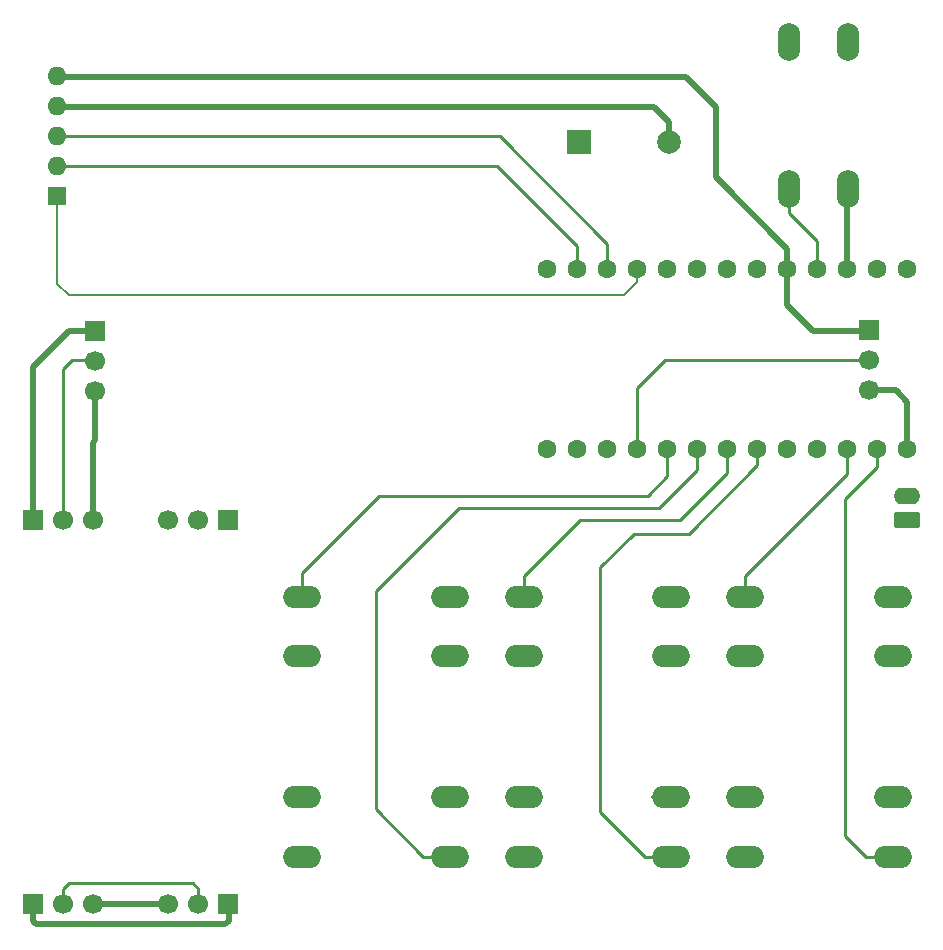
<source format=gbl>
%TF.GenerationSoftware,KiCad,Pcbnew,9.0.5*%
%TF.CreationDate,2025-10-27T12:52:04+01:00*%
%TF.ProjectId,mastermind,6d617374-6572-46d6-996e-642e6b696361,rev?*%
%TF.SameCoordinates,Original*%
%TF.FileFunction,Copper,L2,Bot*%
%TF.FilePolarity,Positive*%
%FSLAX46Y46*%
G04 Gerber Fmt 4.6, Leading zero omitted, Abs format (unit mm)*
G04 Created by KiCad (PCBNEW 9.0.5) date 2025-10-27 12:52:04*
%MOMM*%
%LPD*%
G01*
G04 APERTURE LIST*
G04 Aperture macros list*
%AMRoundRect*
0 Rectangle with rounded corners*
0 $1 Rounding radius*
0 $2 $3 $4 $5 $6 $7 $8 $9 X,Y pos of 4 corners*
0 Add a 4 corners polygon primitive as box body*
4,1,4,$2,$3,$4,$5,$6,$7,$8,$9,$2,$3,0*
0 Add four circle primitives for the rounded corners*
1,1,$1+$1,$2,$3*
1,1,$1+$1,$4,$5*
1,1,$1+$1,$6,$7*
1,1,$1+$1,$8,$9*
0 Add four rect primitives between the rounded corners*
20,1,$1+$1,$2,$3,$4,$5,0*
20,1,$1+$1,$4,$5,$6,$7,0*
20,1,$1+$1,$6,$7,$8,$9,0*
20,1,$1+$1,$8,$9,$2,$3,0*%
G04 Aperture macros list end*
%TA.AperFunction,ComponentPad*%
%ADD10R,1.700000X1.700000*%
%TD*%
%TA.AperFunction,ComponentPad*%
%ADD11C,1.700000*%
%TD*%
%TA.AperFunction,ComponentPad*%
%ADD12C,1.600000*%
%TD*%
%TA.AperFunction,ComponentPad*%
%ADD13R,1.600000X1.600000*%
%TD*%
%TA.AperFunction,ComponentPad*%
%ADD14O,1.600000X1.600000*%
%TD*%
%TA.AperFunction,ComponentPad*%
%ADD15O,3.200000X1.900000*%
%TD*%
%TA.AperFunction,ComponentPad*%
%ADD16R,2.000000X2.000000*%
%TD*%
%TA.AperFunction,ComponentPad*%
%ADD17C,2.000000*%
%TD*%
%TA.AperFunction,ComponentPad*%
%ADD18O,1.900000X3.200000*%
%TD*%
%TA.AperFunction,ComponentPad*%
%ADD19RoundRect,0.291666X0.833334X-0.408334X0.833334X0.408334X-0.833334X0.408334X-0.833334X-0.408334X0*%
%TD*%
%TA.AperFunction,ComponentPad*%
%ADD20O,2.250000X1.400000*%
%TD*%
%TA.AperFunction,Conductor*%
%ADD21C,0.500000*%
%TD*%
%TA.AperFunction,Conductor*%
%ADD22C,0.250000*%
%TD*%
%TA.AperFunction,Conductor*%
%ADD23C,0.200000*%
%TD*%
G04 APERTURE END LIST*
D10*
%TO.P,LED2,1,3V3*%
%TO.N,Net-(LED1-3V3-Pad4)*%
X85920000Y-104000000D03*
D11*
%TO.P,LED2,2,DATA*%
%TO.N,Net-(LED1-DATA-Pad5)*%
X88460000Y-104000000D03*
%TO.P,LED2,3,GND*%
%TO.N,Net-(LED1-GND-Pad6)*%
X91000000Y-104000000D03*
D10*
%TO.P,LED2,4,3V3*%
%TO.N,Net-(LED2-3V3-Pad4)*%
X85920000Y-136500000D03*
D11*
%TO.P,LED2,5,DATA*%
%TO.N,Net-(LED2-DATA-Pad5)*%
X88460000Y-136500000D03*
%TO.P,LED2,6,GND*%
%TO.N,Net-(LED2-GND-Pad6)*%
X91000000Y-136500000D03*
%TD*%
D10*
%TO.P,LED3,1,3V3*%
%TO.N,Net-(LED2-3V3-Pad4)*%
X102500000Y-136500000D03*
D11*
%TO.P,LED3,2,DATA*%
%TO.N,Net-(LED2-DATA-Pad5)*%
X99960000Y-136500000D03*
%TO.P,LED3,3,GND*%
%TO.N,Net-(LED2-GND-Pad6)*%
X97420000Y-136500000D03*
D10*
%TO.P,LED3,4,3V3*%
%TO.N,unconnected-(LED3-3V3-Pad4)*%
X102500000Y-104000000D03*
D11*
%TO.P,LED3,5,DATA*%
%TO.N,unconnected-(LED3-DATA-Pad5)*%
X99960000Y-104000000D03*
%TO.P,LED3,6,GND*%
%TO.N,unconnected-(LED3-GND-Pad6)*%
X97420000Y-104000000D03*
%TD*%
D12*
%TO.P,U1,1,P0.06*%
%TO.N,BUT_1*%
X157460000Y-98000000D03*
%TO.P,U1,2,P0.08*%
%TO.N,BUT_2*%
X154920000Y-98000000D03*
%TO.P,U1,3,GND*%
%TO.N,GND*%
X152380000Y-98000000D03*
%TO.P,U1,4,GND*%
X149840000Y-98000000D03*
%TO.P,U1,5,P0.17*%
%TO.N,BUT_3*%
X147300000Y-98000000D03*
%TO.P,U1,6,P0.20*%
%TO.N,BUT_4*%
X144760000Y-98000000D03*
%TO.P,U1,7,P0.22*%
%TO.N,BUT_5*%
X142220000Y-98000000D03*
%TO.P,U1,8,P0.24*%
%TO.N,BUT_6*%
X139680000Y-98000000D03*
%TO.P,U1,9,P1.00*%
%TO.N,LED*%
X137140000Y-98000000D03*
%TO.P,U1,10,P0.11*%
%TO.N,unconnected-(U1-P0.11-Pad10)*%
X134600000Y-98000000D03*
%TO.P,U1,11,P1.04-LF*%
%TO.N,unconnected-(U1-P1.04-LF-Pad11)*%
X132060000Y-98000000D03*
%TO.P,U1,12,P1.06-LF*%
%TO.N,unconnected-(U1-P1.06-LF-Pad12)*%
X129520000Y-98000000D03*
%TO.P,U1,13,BAT+*%
%TO.N,BAT*%
X157460010Y-82759990D03*
%TO.P,U1,14,GND*%
%TO.N,GND*%
X154920010Y-82759990D03*
%TO.P,U1,15,RST*%
%TO.N,Net-(U1-RST)*%
X152380010Y-82759990D03*
%TO.P,U1,16,3V3*%
%TO.N,3V3*%
X149840010Y-82759990D03*
%TO.P,U1,17,P0.31-LF*%
%TO.N,unconnected-(U1-P0.31-LF-Pad17)*%
X147300010Y-82759990D03*
%TO.P,U1,18,P0.29-LF*%
%TO.N,unconnected-(U1-P0.29-LF-Pad18)*%
X144760010Y-82759990D03*
%TO.P,U1,19,P0.02-LF*%
%TO.N,unconnected-(U1-P0.02-LF-Pad19)*%
X142220010Y-82759990D03*
%TO.P,U1,20,P1.15-LF*%
%TO.N,BUZ*%
X139680010Y-82759990D03*
%TO.P,U1,21,P1.13-LF*%
%TO.N,DIG_LATCH*%
X137140010Y-82759990D03*
%TO.P,U1,22,P1.11-LF*%
%TO.N,DIG_DATA*%
X134600010Y-82759990D03*
%TO.P,U1,23,P0.10-LF*%
%TO.N,DIG_CLK*%
X132060010Y-82759990D03*
%TO.P,U1,24,P0.09-LF*%
%TO.N,unconnected-(U1-P0.09-LF-Pad24)*%
X129520010Y-82759990D03*
%TO.P,U1,28,GND*%
%TO.N,GND*%
X160000000Y-98000000D03*
%TO.P,U1,29,BAT+*%
%TO.N,unconnected-(U1-BAT+-Pad29)*%
X160000010Y-82759990D03*
%TD*%
D11*
%TO.P,LED1,6,GND*%
%TO.N,Net-(LED1-GND-Pad6)*%
X91250000Y-93080000D03*
%TO.P,LED1,5,DATA*%
%TO.N,Net-(LED1-DATA-Pad5)*%
X91250000Y-90540000D03*
D10*
%TO.P,LED1,4,3V3*%
%TO.N,Net-(LED1-3V3-Pad4)*%
X91250000Y-88000000D03*
D11*
%TO.P,LED1,3,GND*%
%TO.N,GND*%
X156750000Y-93040000D03*
%TO.P,LED1,2,DATA*%
%TO.N,LED*%
X156750000Y-90500000D03*
D10*
%TO.P,LED1,1,3V3*%
%TO.N,3V3*%
X156750000Y-87960000D03*
%TD*%
D13*
%TO.P,7SEG1,1,LOAD*%
%TO.N,DIG_LATCH*%
X88000000Y-76580000D03*
D14*
%TO.P,7SEG1,2,SCLK*%
%TO.N,DIG_CLK*%
X88000000Y-74040000D03*
%TO.P,7SEG1,3,SDI*%
%TO.N,DIG_DATA*%
X88000000Y-71500000D03*
%TO.P,7SEG1,4,GND*%
%TO.N,GND*%
X88000000Y-68960000D03*
%TO.P,7SEG1,5,VCC*%
%TO.N,3V3*%
X88000000Y-66420000D03*
%TD*%
D15*
%TO.P,SW5,1,1*%
%TO.N,GND*%
X108750000Y-127500000D03*
X121250000Y-127500000D03*
%TO.P,SW5,2,2*%
%TO.N,BUT_5*%
X108750000Y-132500000D03*
X121250000Y-132500000D03*
%TD*%
D16*
%TO.P,BZ1,1,+*%
%TO.N,BUZ*%
X132200000Y-72000000D03*
D17*
%TO.P,BZ1,2,-*%
%TO.N,GND*%
X139800000Y-72000000D03*
%TD*%
D15*
%TO.P,SW2,1,1*%
%TO.N,GND*%
X158750000Y-115500000D03*
X146250000Y-115500000D03*
%TO.P,SW2,2,2*%
%TO.N,BUT_2*%
X158750000Y-110500000D03*
X146250000Y-110500000D03*
%TD*%
%TO.P,SW4,1,1*%
%TO.N,GND*%
X140000000Y-115500000D03*
X127500000Y-115500000D03*
%TO.P,SW4,2,2*%
%TO.N,BUT_4*%
X140000000Y-110500000D03*
X127500000Y-110500000D03*
%TD*%
%TO.P,SW6,1,1*%
%TO.N,GND*%
X121250000Y-115500000D03*
X108750000Y-115500000D03*
%TO.P,SW6,2,2*%
%TO.N,BUT_6*%
X121250000Y-110500000D03*
X108750000Y-110500000D03*
%TD*%
%TO.P,SW3,1,1*%
%TO.N,GND*%
X127500000Y-127500000D03*
X140000000Y-127500000D03*
%TO.P,SW3,2,2*%
%TO.N,BUT_3*%
X127500000Y-132500000D03*
X140000000Y-132500000D03*
%TD*%
%TO.P,SW1,1,1*%
%TO.N,GND*%
X146250000Y-127500000D03*
X158750000Y-127500000D03*
%TO.P,SW1,2,2*%
%TO.N,BUT_1*%
X146250000Y-132500000D03*
X158750000Y-132500000D03*
%TD*%
D18*
%TO.P,SW7,1,1*%
%TO.N,Net-(U1-RST)*%
X150000000Y-76000000D03*
X150000000Y-63500000D03*
%TO.P,SW7,2,2*%
%TO.N,GND*%
X155000000Y-76000000D03*
X155000000Y-63500000D03*
%TD*%
D19*
%TO.P,J1,1,Pin_1*%
%TO.N,BAT*%
X160000000Y-104000000D03*
D20*
%TO.P,J1,2,Pin_2*%
%TO.N,GND*%
X160000000Y-102000000D03*
%TD*%
D21*
%TO.N,3V3*%
X149840010Y-85840010D02*
X149840010Y-82759990D01*
X152000000Y-88000000D02*
X149840010Y-85840010D01*
X156710000Y-88000000D02*
X152000000Y-88000000D01*
X156750000Y-87960000D02*
X156710000Y-88000000D01*
X88080000Y-66500000D02*
X141250000Y-66500000D01*
%TO.N,Net-(LED2-3V3-Pad4)*%
X102540000Y-136540000D02*
X102500000Y-136500000D01*
X102540000Y-137960000D02*
X102540000Y-136540000D01*
X102250000Y-138250000D02*
X102540000Y-137960000D01*
X86250000Y-138250000D02*
X102250000Y-138250000D01*
X85920000Y-137920000D02*
X86250000Y-138250000D01*
X85920000Y-136500000D02*
X85920000Y-137920000D01*
D22*
%TO.N,Net-(LED2-DATA-Pad5)*%
X88460000Y-135290000D02*
X88460000Y-136500000D01*
X99500000Y-134750000D02*
X89000000Y-134750000D01*
X99960000Y-135210000D02*
X99500000Y-134750000D01*
X89000000Y-134750000D02*
X88460000Y-135290000D01*
X99960000Y-136500000D02*
X99960000Y-135210000D01*
D21*
%TO.N,Net-(LED2-GND-Pad6)*%
X91000000Y-136500000D02*
X97420000Y-136500000D01*
%TO.N,GND*%
X139800000Y-70300000D02*
X139800000Y-72000000D01*
X88040000Y-69000000D02*
X138500000Y-69000000D01*
X88000000Y-68960000D02*
X88040000Y-69000000D01*
X138500000Y-69000000D02*
X139800000Y-70300000D01*
D22*
%TO.N,BUT_4*%
X127500000Y-108750000D02*
X127500000Y-110500000D01*
X132250000Y-104000000D02*
X127500000Y-108750000D01*
X144760000Y-100005428D02*
X140765428Y-104000000D01*
X140765428Y-104000000D02*
X132250000Y-104000000D01*
X144760000Y-98000000D02*
X144760000Y-100005428D01*
%TO.N,BUT_6*%
X108750000Y-108500000D02*
X108750000Y-110500000D01*
X115250000Y-102000000D02*
X108750000Y-108500000D01*
X139680000Y-100320000D02*
X138000000Y-102000000D01*
X138000000Y-102000000D02*
X115250000Y-102000000D01*
X139680000Y-98000000D02*
X139680000Y-100320000D01*
%TO.N,BUT_3*%
X137750000Y-132500000D02*
X140000000Y-132500000D01*
X134000000Y-128750000D02*
X137750000Y-132500000D01*
X134000000Y-108000000D02*
X134000000Y-128750000D01*
X136840000Y-105160000D02*
X134000000Y-108000000D01*
X141490000Y-105160000D02*
X136840000Y-105160000D01*
X147300000Y-99350000D02*
X141490000Y-105160000D01*
X147300000Y-98000000D02*
X147300000Y-99350000D01*
%TO.N,BUT_5*%
X115000000Y-110000000D02*
X115000000Y-128500000D01*
X139000000Y-103000000D02*
X122000000Y-103000000D01*
X115000000Y-128500000D02*
X119000000Y-132500000D01*
X142220000Y-99780000D02*
X139000000Y-103000000D01*
X122000000Y-103000000D02*
X115000000Y-110000000D01*
X142220000Y-98000000D02*
X142220000Y-99780000D01*
X119000000Y-132500000D02*
X121250000Y-132500000D01*
%TO.N,BUT_1*%
X157460000Y-99540000D02*
X157460000Y-98000000D01*
X154750000Y-130750000D02*
X154750000Y-102250000D01*
X156500000Y-132500000D02*
X154750000Y-130750000D01*
X158750000Y-132500000D02*
X156500000Y-132500000D01*
X154750000Y-102250000D02*
X157460000Y-99540000D01*
D21*
%TO.N,GND*%
X160000000Y-94000000D02*
X160000000Y-98000000D01*
X159000000Y-93000000D02*
X160000000Y-94000000D01*
X156750000Y-93040000D02*
X156790000Y-93000000D01*
X156790000Y-93000000D02*
X159000000Y-93000000D01*
D22*
%TO.N,LED*%
X139500000Y-90500000D02*
X156750000Y-90500000D01*
X137140000Y-92860000D02*
X139500000Y-90500000D01*
X137140000Y-98000000D02*
X137140000Y-92860000D01*
D21*
%TO.N,Net-(LED1-GND-Pad6)*%
X91250000Y-97250000D02*
X91250000Y-93080000D01*
X91000000Y-97500000D02*
X91250000Y-97250000D01*
X91000000Y-104000000D02*
X91000000Y-97500000D01*
%TO.N,Net-(LED1-3V3-Pad4)*%
X89000000Y-88000000D02*
X91250000Y-88000000D01*
X85920000Y-91080000D02*
X89000000Y-88000000D01*
X85920000Y-104000000D02*
X85920000Y-91080000D01*
D22*
%TO.N,Net-(LED1-DATA-Pad5)*%
X88460000Y-91250000D02*
X88460000Y-104000000D01*
X88500000Y-91250000D02*
X88460000Y-91250000D01*
X89250000Y-90500000D02*
X88500000Y-91250000D01*
X91250000Y-90540000D02*
X91210000Y-90500000D01*
X91210000Y-90500000D02*
X89250000Y-90500000D01*
D21*
%TO.N,3V3*%
X149840010Y-81090010D02*
X149840010Y-82759990D01*
X143750000Y-75000000D02*
X149840010Y-81090010D01*
X143750000Y-69000000D02*
X143750000Y-75000000D01*
X141250000Y-66500000D02*
X143750000Y-69000000D01*
X88000000Y-66420000D02*
X88080000Y-66500000D01*
D22*
%TO.N,DIG_DATA*%
X134600010Y-80600010D02*
X134600010Y-82759990D01*
X125500000Y-71500000D02*
X134600010Y-80600010D01*
X88000000Y-71500000D02*
X125500000Y-71500000D01*
%TO.N,DIG_CLK*%
X132060010Y-80810010D02*
X132060010Y-82759990D01*
X125250000Y-74000000D02*
X132060010Y-80810010D01*
X88040000Y-74000000D02*
X125250000Y-74000000D01*
X88000000Y-74040000D02*
X88040000Y-74000000D01*
D23*
%TO.N,DIG_LATCH*%
X137140010Y-83859990D02*
X137140010Y-82759990D01*
X136000000Y-85000000D02*
X137140010Y-83859990D01*
X89000000Y-85000000D02*
X136000000Y-85000000D01*
X88000000Y-84000000D02*
X89000000Y-85000000D01*
X88000000Y-76580000D02*
X88000000Y-84000000D01*
D21*
%TO.N,GND*%
X155000000Y-76090020D02*
X155000000Y-76000000D01*
X154920010Y-82759990D02*
X154920010Y-76170010D01*
X154920010Y-76170010D02*
X155000000Y-76090020D01*
X140000000Y-127500000D02*
X138500000Y-127500000D01*
X107500000Y-115500000D02*
X108750000Y-115500000D01*
X155000000Y-76250000D02*
X155000000Y-76000000D01*
D22*
%TO.N,BUT_2*%
X146250000Y-108750000D02*
X154920000Y-100080000D01*
X146250000Y-110500000D02*
X146250000Y-108750000D01*
X145125000Y-109875000D02*
X145750000Y-110500000D01*
X154920000Y-100080000D02*
X154920000Y-98000000D01*
X145750000Y-110500000D02*
X146250000Y-110500000D01*
%TO.N,unconnected-(U1-P0.09-LF-Pad24)*%
X129460020Y-82700000D02*
X129520010Y-82759990D01*
%TO.N,Net-(U1-RST)*%
X152380010Y-80380010D02*
X150000000Y-78000000D01*
X152380010Y-82759990D02*
X152380010Y-80380010D01*
X150000000Y-78000000D02*
X150000000Y-76000000D01*
%TD*%
M02*

</source>
